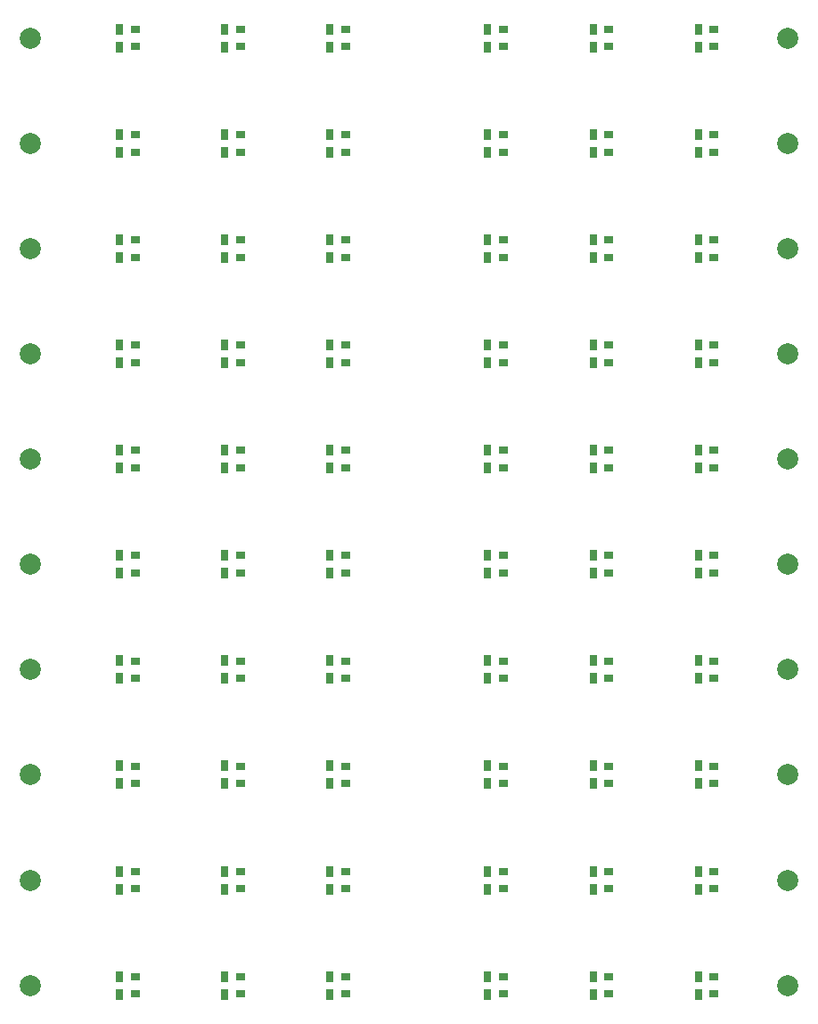
<source format=gbp>
%TF.GenerationSoftware,KiCad,Pcbnew,(5.1.9)-1*%
%TF.CreationDate,2021-03-16T21:43:32+09:00*%
%TF.ProjectId,RoomLightExtensionBoard,526f6f6d-4c69-4676-9874-457874656e73,rev?*%
%TF.SameCoordinates,PX5c81a40PY7b06240*%
%TF.FileFunction,Paste,Bot*%
%TF.FilePolarity,Positive*%
%FSLAX46Y46*%
G04 Gerber Fmt 4.6, Leading zero omitted, Abs format (unit mm)*
G04 Created by KiCad (PCBNEW (5.1.9)-1) date 2021-03-16 21:43:32*
%MOMM*%
%LPD*%
G01*
G04 APERTURE LIST*
%ADD10C,2.000000*%
%ADD11R,0.900000X0.650000*%
%ADD12R,0.800000X1.000000*%
G04 APERTURE END LIST*
D10*
%TO.C,REF\u002A\u002A*%
X74500000Y4000000D03*
%TD*%
%TO.C,REF\u002A\u002A*%
X74500000Y14000000D03*
%TD*%
%TO.C,REF\u002A\u002A*%
X74500000Y24000000D03*
%TD*%
%TO.C,REF\u002A\u002A*%
X74500000Y34000000D03*
%TD*%
%TO.C,REF\u002A\u002A*%
X74500000Y44000000D03*
%TD*%
%TO.C,REF\u002A\u002A*%
X74500000Y54000000D03*
%TD*%
%TO.C,REF\u002A\u002A*%
X74500000Y64000000D03*
%TD*%
%TO.C,REF\u002A\u002A*%
X74500000Y74000000D03*
%TD*%
%TO.C,REF\u002A\u002A*%
X74500000Y84000000D03*
%TD*%
%TO.C,REF\u002A\u002A*%
X74500000Y94000000D03*
%TD*%
%TO.C,REF\u002A\u002A*%
X2500000Y4000000D03*
%TD*%
%TO.C,REF\u002A\u002A*%
X2500000Y14000000D03*
%TD*%
%TO.C,REF\u002A\u002A*%
X2500000Y24000000D03*
%TD*%
%TO.C,REF\u002A\u002A*%
X2500000Y34000000D03*
%TD*%
%TO.C,REF\u002A\u002A*%
X2500000Y44000000D03*
%TD*%
%TO.C,REF\u002A\u002A*%
X2500000Y54000000D03*
%TD*%
%TO.C,REF\u002A\u002A*%
X2500000Y64000000D03*
%TD*%
%TO.C,REF\u002A\u002A*%
X2500000Y74000000D03*
%TD*%
%TO.C,REF\u002A\u002A*%
X2500000Y84000000D03*
%TD*%
D11*
%TO.C,R1*%
X67500000Y4825000D03*
X67500000Y3175000D03*
%TD*%
%TO.C,R1*%
X32500000Y4825000D03*
X32500000Y3175000D03*
%TD*%
%TO.C,R1*%
X67500000Y14825000D03*
X67500000Y13175000D03*
%TD*%
%TO.C,R1*%
X32500000Y14825000D03*
X32500000Y13175000D03*
%TD*%
%TO.C,R1*%
X67500000Y24825000D03*
X67500000Y23175000D03*
%TD*%
%TO.C,R1*%
X32500000Y24825000D03*
X32500000Y23175000D03*
%TD*%
%TO.C,R1*%
X67500000Y34825000D03*
X67500000Y33175000D03*
%TD*%
%TO.C,R1*%
X32500000Y34825000D03*
X32500000Y33175000D03*
%TD*%
%TO.C,R1*%
X67500000Y44825000D03*
X67500000Y43175000D03*
%TD*%
%TO.C,R1*%
X32500000Y44825000D03*
X32500000Y43175000D03*
%TD*%
%TO.C,R1*%
X67500000Y54825000D03*
X67500000Y53175000D03*
%TD*%
%TO.C,R1*%
X32500000Y54825000D03*
X32500000Y53175000D03*
%TD*%
%TO.C,R1*%
X67500000Y64825000D03*
X67500000Y63175000D03*
%TD*%
%TO.C,R1*%
X32500000Y64825000D03*
X32500000Y63175000D03*
%TD*%
%TO.C,R1*%
X67500000Y74825000D03*
X67500000Y73175000D03*
%TD*%
%TO.C,R1*%
X32500000Y74825000D03*
X32500000Y73175000D03*
%TD*%
%TO.C,R1*%
X67500000Y84825000D03*
X67500000Y83175000D03*
%TD*%
%TO.C,R1*%
X32500000Y84825000D03*
X32500000Y83175000D03*
%TD*%
%TO.C,R1*%
X67500000Y94825000D03*
X67500000Y93175000D03*
%TD*%
%TO.C,R2*%
X57500000Y3175000D03*
X57500000Y4825000D03*
%TD*%
%TO.C,R2*%
X22500000Y3175000D03*
X22500000Y4825000D03*
%TD*%
%TO.C,R2*%
X57500000Y13175000D03*
X57500000Y14825000D03*
%TD*%
%TO.C,R2*%
X22500000Y13175000D03*
X22500000Y14825000D03*
%TD*%
%TO.C,R2*%
X57500000Y23175000D03*
X57500000Y24825000D03*
%TD*%
%TO.C,R2*%
X22500000Y23175000D03*
X22500000Y24825000D03*
%TD*%
%TO.C,R2*%
X57500000Y33175000D03*
X57500000Y34825000D03*
%TD*%
%TO.C,R2*%
X22500000Y33175000D03*
X22500000Y34825000D03*
%TD*%
%TO.C,R2*%
X57500000Y43175000D03*
X57500000Y44825000D03*
%TD*%
%TO.C,R2*%
X22500000Y43175000D03*
X22500000Y44825000D03*
%TD*%
%TO.C,R2*%
X57500000Y53175000D03*
X57500000Y54825000D03*
%TD*%
%TO.C,R2*%
X22500000Y53175000D03*
X22500000Y54825000D03*
%TD*%
%TO.C,R2*%
X57500000Y63175000D03*
X57500000Y64825000D03*
%TD*%
%TO.C,R2*%
X22500000Y63175000D03*
X22500000Y64825000D03*
%TD*%
%TO.C,R2*%
X57500000Y73175000D03*
X57500000Y74825000D03*
%TD*%
%TO.C,R2*%
X22500000Y73175000D03*
X22500000Y74825000D03*
%TD*%
%TO.C,R2*%
X57500000Y83175000D03*
X57500000Y84825000D03*
%TD*%
%TO.C,R2*%
X22500000Y83175000D03*
X22500000Y84825000D03*
%TD*%
%TO.C,R2*%
X57500000Y93175000D03*
X57500000Y94825000D03*
%TD*%
D12*
%TO.C,D3*%
X46000000Y3150000D03*
X46000000Y4850000D03*
%TD*%
%TO.C,D3*%
X11000000Y3150000D03*
X11000000Y4850000D03*
%TD*%
%TO.C,D3*%
X46000000Y13150000D03*
X46000000Y14850000D03*
%TD*%
%TO.C,D3*%
X11000000Y13150000D03*
X11000000Y14850000D03*
%TD*%
%TO.C,D3*%
X46000000Y23150000D03*
X46000000Y24850000D03*
%TD*%
%TO.C,D3*%
X11000000Y23150000D03*
X11000000Y24850000D03*
%TD*%
%TO.C,D3*%
X46000000Y33150000D03*
X46000000Y34850000D03*
%TD*%
%TO.C,D3*%
X11000000Y33150000D03*
X11000000Y34850000D03*
%TD*%
%TO.C,D3*%
X46000000Y43150000D03*
X46000000Y44850000D03*
%TD*%
%TO.C,D3*%
X11000000Y43150000D03*
X11000000Y44850000D03*
%TD*%
%TO.C,D3*%
X46000000Y53150000D03*
X46000000Y54850000D03*
%TD*%
%TO.C,D3*%
X11000000Y53150000D03*
X11000000Y54850000D03*
%TD*%
%TO.C,D3*%
X46000000Y63150000D03*
X46000000Y64850000D03*
%TD*%
%TO.C,D3*%
X11000000Y63150000D03*
X11000000Y64850000D03*
%TD*%
%TO.C,D3*%
X46000000Y73150000D03*
X46000000Y74850000D03*
%TD*%
%TO.C,D3*%
X11000000Y73150000D03*
X11000000Y74850000D03*
%TD*%
%TO.C,D3*%
X46000000Y83150000D03*
X46000000Y84850000D03*
%TD*%
%TO.C,D3*%
X11000000Y83150000D03*
X11000000Y84850000D03*
%TD*%
%TO.C,D3*%
X46000000Y93150000D03*
X46000000Y94850000D03*
%TD*%
%TO.C,D1*%
X66000000Y3150000D03*
X66000000Y4850000D03*
%TD*%
%TO.C,D1*%
X31000000Y3150000D03*
X31000000Y4850000D03*
%TD*%
%TO.C,D1*%
X66000000Y13150000D03*
X66000000Y14850000D03*
%TD*%
%TO.C,D1*%
X31000000Y13150000D03*
X31000000Y14850000D03*
%TD*%
%TO.C,D1*%
X66000000Y23150000D03*
X66000000Y24850000D03*
%TD*%
%TO.C,D1*%
X31000000Y23150000D03*
X31000000Y24850000D03*
%TD*%
%TO.C,D1*%
X66000000Y33150000D03*
X66000000Y34850000D03*
%TD*%
%TO.C,D1*%
X31000000Y33150000D03*
X31000000Y34850000D03*
%TD*%
%TO.C,D1*%
X66000000Y43150000D03*
X66000000Y44850000D03*
%TD*%
%TO.C,D1*%
X31000000Y43150000D03*
X31000000Y44850000D03*
%TD*%
%TO.C,D1*%
X66000000Y53150000D03*
X66000000Y54850000D03*
%TD*%
%TO.C,D1*%
X31000000Y53150000D03*
X31000000Y54850000D03*
%TD*%
%TO.C,D1*%
X66000000Y63150000D03*
X66000000Y64850000D03*
%TD*%
%TO.C,D1*%
X31000000Y63150000D03*
X31000000Y64850000D03*
%TD*%
%TO.C,D1*%
X66000000Y73150000D03*
X66000000Y74850000D03*
%TD*%
%TO.C,D1*%
X31000000Y73150000D03*
X31000000Y74850000D03*
%TD*%
%TO.C,D1*%
X66000000Y83150000D03*
X66000000Y84850000D03*
%TD*%
%TO.C,D1*%
X31000000Y83150000D03*
X31000000Y84850000D03*
%TD*%
%TO.C,D1*%
X66000000Y93150000D03*
X66000000Y94850000D03*
%TD*%
%TO.C,D2*%
X56000000Y4850000D03*
X56000000Y3150000D03*
%TD*%
%TO.C,D2*%
X21000000Y4850000D03*
X21000000Y3150000D03*
%TD*%
%TO.C,D2*%
X56000000Y14850000D03*
X56000000Y13150000D03*
%TD*%
%TO.C,D2*%
X21000000Y14850000D03*
X21000000Y13150000D03*
%TD*%
%TO.C,D2*%
X56000000Y24850000D03*
X56000000Y23150000D03*
%TD*%
%TO.C,D2*%
X21000000Y24850000D03*
X21000000Y23150000D03*
%TD*%
%TO.C,D2*%
X56000000Y34850000D03*
X56000000Y33150000D03*
%TD*%
%TO.C,D2*%
X21000000Y34850000D03*
X21000000Y33150000D03*
%TD*%
%TO.C,D2*%
X56000000Y44850000D03*
X56000000Y43150000D03*
%TD*%
%TO.C,D2*%
X21000000Y44850000D03*
X21000000Y43150000D03*
%TD*%
%TO.C,D2*%
X56000000Y54850000D03*
X56000000Y53150000D03*
%TD*%
%TO.C,D2*%
X21000000Y54850000D03*
X21000000Y53150000D03*
%TD*%
%TO.C,D2*%
X56000000Y64850000D03*
X56000000Y63150000D03*
%TD*%
%TO.C,D2*%
X21000000Y64850000D03*
X21000000Y63150000D03*
%TD*%
%TO.C,D2*%
X56000000Y74850000D03*
X56000000Y73150000D03*
%TD*%
%TO.C,D2*%
X21000000Y74850000D03*
X21000000Y73150000D03*
%TD*%
%TO.C,D2*%
X56000000Y84850000D03*
X56000000Y83150000D03*
%TD*%
%TO.C,D2*%
X21000000Y84850000D03*
X21000000Y83150000D03*
%TD*%
%TO.C,D2*%
X56000000Y94850000D03*
X56000000Y93150000D03*
%TD*%
D11*
%TO.C,R3*%
X47500000Y4825000D03*
X47500000Y3175000D03*
%TD*%
%TO.C,R3*%
X12500000Y4825000D03*
X12500000Y3175000D03*
%TD*%
%TO.C,R3*%
X47500000Y14825000D03*
X47500000Y13175000D03*
%TD*%
%TO.C,R3*%
X12500000Y14825000D03*
X12500000Y13175000D03*
%TD*%
%TO.C,R3*%
X47500000Y24825000D03*
X47500000Y23175000D03*
%TD*%
%TO.C,R3*%
X12500000Y24825000D03*
X12500000Y23175000D03*
%TD*%
%TO.C,R3*%
X47500000Y34825000D03*
X47500000Y33175000D03*
%TD*%
%TO.C,R3*%
X12500000Y34825000D03*
X12500000Y33175000D03*
%TD*%
%TO.C,R3*%
X47500000Y44825000D03*
X47500000Y43175000D03*
%TD*%
%TO.C,R3*%
X12500000Y44825000D03*
X12500000Y43175000D03*
%TD*%
%TO.C,R3*%
X47500000Y54825000D03*
X47500000Y53175000D03*
%TD*%
%TO.C,R3*%
X12500000Y54825000D03*
X12500000Y53175000D03*
%TD*%
%TO.C,R3*%
X47500000Y64825000D03*
X47500000Y63175000D03*
%TD*%
%TO.C,R3*%
X12500000Y64825000D03*
X12500000Y63175000D03*
%TD*%
%TO.C,R3*%
X47500000Y74825000D03*
X47500000Y73175000D03*
%TD*%
%TO.C,R3*%
X12500000Y74825000D03*
X12500000Y73175000D03*
%TD*%
%TO.C,R3*%
X47500000Y84825000D03*
X47500000Y83175000D03*
%TD*%
%TO.C,R3*%
X12500000Y84825000D03*
X12500000Y83175000D03*
%TD*%
%TO.C,R3*%
X47500000Y94825000D03*
X47500000Y93175000D03*
%TD*%
D10*
%TO.C,REF\u002A\u002A*%
X2500000Y94000000D03*
%TD*%
D12*
%TO.C,D1*%
X31000000Y94850000D03*
X31000000Y93150000D03*
%TD*%
%TO.C,D2*%
X21000000Y93150000D03*
X21000000Y94850000D03*
%TD*%
%TO.C,D3*%
X11000000Y94850000D03*
X11000000Y93150000D03*
%TD*%
D11*
%TO.C,R1*%
X32500000Y93175000D03*
X32500000Y94825000D03*
%TD*%
%TO.C,R2*%
X22500000Y94825000D03*
X22500000Y93175000D03*
%TD*%
%TO.C,R3*%
X12500000Y93175000D03*
X12500000Y94825000D03*
%TD*%
M02*

</source>
